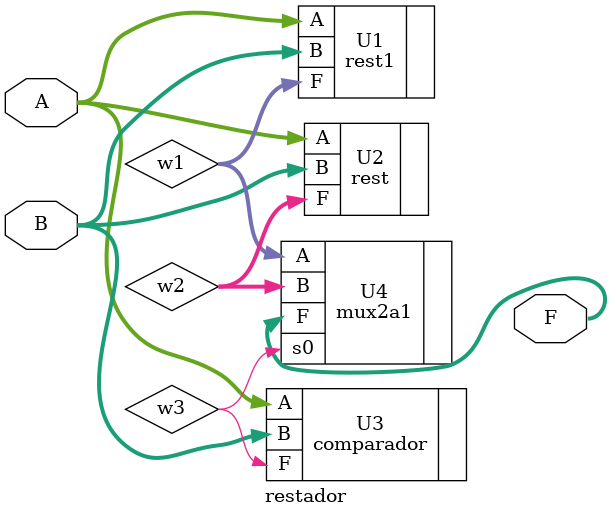
<source format=v>
module restador(
    input [2:0] A, B,
	output [2:0] F 
);
// DECLARACIÓN DE VARIABLES
wire [2:0] w1, w2;
wire w3;

// ==========================
// DESCRIPCIÓN DEL CIRCUITO
rest1 U1(
	.A(A), 
	.B(B),	
	.F(w1)     // variables tipo wire
);

rest U2(
	.A(A), 
	.B(B),	
	.F(w2)     // variables tipo wire
);

comparador U3(
	.A(A), 
	.B(B),	
	.F(w3)     // variables tipo wire
);

mux2a1 U4(
	.A(w1), 
	.B(w2),
	.s0(w3),
	.F(F)     // variables tipo wire
);
endmodule 
</source>
